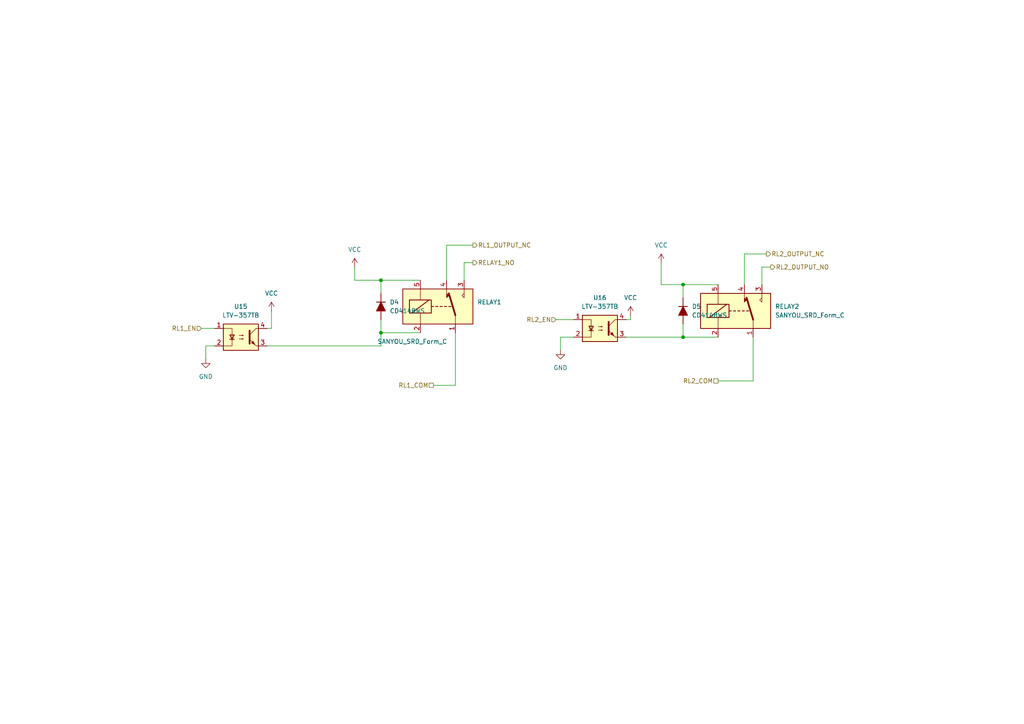
<source format=kicad_sch>
(kicad_sch
	(version 20250114)
	(generator "eeschema")
	(generator_version "9.0")
	(uuid "69048454-ccbf-4950-b8e9-df9c7a9a63eb")
	(paper "A4")
	(lib_symbols
		(symbol "Isolator:LTV-357T"
			(pin_names
				(offset 1.016)
			)
			(exclude_from_sim no)
			(in_bom yes)
			(on_board yes)
			(property "Reference" "U"
				(at -5.334 4.826 0)
				(effects
					(font
						(size 1.27 1.27)
					)
					(justify left)
				)
			)
			(property "Value" "LTV-357T"
				(at 0 5.08 0)
				(effects
					(font
						(size 1.27 1.27)
					)
					(justify left)
				)
			)
			(property "Footprint" "Package_SO:SO-4_4.4x3.6mm_P2.54mm"
				(at -5.08 -5.08 0)
				(effects
					(font
						(size 1.27 1.27)
						(italic yes)
					)
					(justify left)
					(hide yes)
				)
			)
			(property "Datasheet" "https://www.buerklin.com/medias/sys_master/download/download/h91/ha0/8892020588574.pdf"
				(at 0 0 0)
				(effects
					(font
						(size 1.27 1.27)
					)
					(justify left)
					(hide yes)
				)
			)
			(property "Description" "DC Optocoupler, Vce 35V, CTR 50%, SO-4"
				(at 0 0 0)
				(effects
					(font
						(size 1.27 1.27)
					)
					(hide yes)
				)
			)
			(property "ki_keywords" "NPN DC Optocoupler"
				(at 0 0 0)
				(effects
					(font
						(size 1.27 1.27)
					)
					(hide yes)
				)
			)
			(property "ki_fp_filters" "SO*4.4x3.6mm*P2.54mm*"
				(at 0 0 0)
				(effects
					(font
						(size 1.27 1.27)
					)
					(hide yes)
				)
			)
			(symbol "LTV-357T_0_1"
				(rectangle
					(start -5.08 3.81)
					(end 5.08 -3.81)
					(stroke
						(width 0.254)
						(type default)
					)
					(fill
						(type background)
					)
				)
				(polyline
					(pts
						(xy -5.08 2.54) (xy -2.54 2.54) (xy -2.54 -0.762)
					)
					(stroke
						(width 0)
						(type default)
					)
					(fill
						(type none)
					)
				)
				(polyline
					(pts
						(xy -3.175 -0.635) (xy -1.905 -0.635)
					)
					(stroke
						(width 0.254)
						(type default)
					)
					(fill
						(type none)
					)
				)
				(polyline
					(pts
						(xy -2.54 -0.635) (xy -2.54 -2.54) (xy -5.08 -2.54)
					)
					(stroke
						(width 0)
						(type default)
					)
					(fill
						(type none)
					)
				)
				(polyline
					(pts
						(xy -2.54 -0.635) (xy -3.175 0.635) (xy -1.905 0.635) (xy -2.54 -0.635)
					)
					(stroke
						(width 0.254)
						(type default)
					)
					(fill
						(type none)
					)
				)
				(polyline
					(pts
						(xy -0.508 0.508) (xy 0.762 0.508) (xy 0.381 0.381) (xy 0.381 0.635) (xy 0.762 0.508)
					)
					(stroke
						(width 0)
						(type default)
					)
					(fill
						(type none)
					)
				)
				(polyline
					(pts
						(xy -0.508 -0.508) (xy 0.762 -0.508) (xy 0.381 -0.635) (xy 0.381 -0.381) (xy 0.762 -0.508)
					)
					(stroke
						(width 0)
						(type default)
					)
					(fill
						(type none)
					)
				)
				(polyline
					(pts
						(xy 2.54 1.905) (xy 2.54 -1.905) (xy 2.54 -1.905)
					)
					(stroke
						(width 0.508)
						(type default)
					)
					(fill
						(type none)
					)
				)
				(polyline
					(pts
						(xy 2.54 0.635) (xy 4.445 2.54)
					)
					(stroke
						(width 0)
						(type default)
					)
					(fill
						(type none)
					)
				)
				(polyline
					(pts
						(xy 3.048 -1.651) (xy 3.556 -1.143) (xy 4.064 -2.159) (xy 3.048 -1.651) (xy 3.048 -1.651)
					)
					(stroke
						(width 0)
						(type default)
					)
					(fill
						(type outline)
					)
				)
				(polyline
					(pts
						(xy 4.445 2.54) (xy 5.08 2.54)
					)
					(stroke
						(width 0)
						(type default)
					)
					(fill
						(type none)
					)
				)
				(polyline
					(pts
						(xy 4.445 -2.54) (xy 2.54 -0.635)
					)
					(stroke
						(width 0)
						(type default)
					)
					(fill
						(type outline)
					)
				)
				(polyline
					(pts
						(xy 4.445 -2.54) (xy 5.08 -2.54)
					)
					(stroke
						(width 0)
						(type default)
					)
					(fill
						(type none)
					)
				)
			)
			(symbol "LTV-357T_1_1"
				(pin passive line
					(at -7.62 2.54 0)
					(length 2.54)
					(name "~"
						(effects
							(font
								(size 1.27 1.27)
							)
						)
					)
					(number "1"
						(effects
							(font
								(size 1.27 1.27)
							)
						)
					)
				)
				(pin passive line
					(at -7.62 -2.54 0)
					(length 2.54)
					(name "~"
						(effects
							(font
								(size 1.27 1.27)
							)
						)
					)
					(number "2"
						(effects
							(font
								(size 1.27 1.27)
							)
						)
					)
				)
				(pin passive line
					(at 7.62 2.54 180)
					(length 2.54)
					(name "~"
						(effects
							(font
								(size 1.27 1.27)
							)
						)
					)
					(number "4"
						(effects
							(font
								(size 1.27 1.27)
							)
						)
					)
				)
				(pin passive line
					(at 7.62 -2.54 180)
					(length 2.54)
					(name "~"
						(effects
							(font
								(size 1.27 1.27)
							)
						)
					)
					(number "3"
						(effects
							(font
								(size 1.27 1.27)
							)
						)
					)
				)
			)
			(embedded_fonts no)
		)
		(symbol "PCM_Diode_AKL:CD4148WS"
			(pin_numbers
				(hide yes)
			)
			(pin_names
				(offset 1.016)
				(hide yes)
			)
			(exclude_from_sim no)
			(in_bom yes)
			(on_board yes)
			(property "Reference" "D"
				(at 0 5.08 0)
				(effects
					(font
						(size 1.27 1.27)
					)
				)
			)
			(property "Value" "CD4148WS"
				(at 0 2.54 0)
				(effects
					(font
						(size 1.27 1.27)
					)
				)
			)
			(property "Footprint" "PCM_Diode_SMD_AKL:D_0805_2012Metric"
				(at 0 0 0)
				(effects
					(font
						(size 1.27 1.27)
					)
					(hide yes)
				)
			)
			(property "Datasheet" "https://datasheet.octopart.com/CD4148WS%280805C%29-Diodes-Inc.-datasheet-23752567.pdf"
				(at 0 0 0)
				(effects
					(font
						(size 1.27 1.27)
					)
					(hide yes)
				)
			)
			(property "Description" "0805 Diode, Small Signal, Fast Switching, 75V, 150mA, 4ns, Alternate KiCad Library"
				(at 0 0 0)
				(effects
					(font
						(size 1.27 1.27)
					)
					(hide yes)
				)
			)
			(property "ki_keywords" "diode CD4148WS 4148 0805"
				(at 0 0 0)
				(effects
					(font
						(size 1.27 1.27)
					)
					(hide yes)
				)
			)
			(property "ki_fp_filters" "TO-???* *_Diode_* *SingleDiode* D_*"
				(at 0 0 0)
				(effects
					(font
						(size 1.27 1.27)
					)
					(hide yes)
				)
			)
			(symbol "CD4148WS_0_1"
				(polyline
					(pts
						(xy -1.27 1.27) (xy -1.27 -1.27) (xy 1.27 0) (xy -1.27 1.27)
					)
					(stroke
						(width 0.254)
						(type default)
					)
					(fill
						(type outline)
					)
				)
				(polyline
					(pts
						(xy -1.27 0) (xy 1.27 0)
					)
					(stroke
						(width 0)
						(type default)
					)
					(fill
						(type none)
					)
				)
				(polyline
					(pts
						(xy 1.27 1.27) (xy 1.27 -1.27)
					)
					(stroke
						(width 0.254)
						(type default)
					)
					(fill
						(type none)
					)
				)
			)
			(symbol "CD4148WS_0_2"
				(polyline
					(pts
						(xy -2.54 -2.54) (xy 2.54 2.54)
					)
					(stroke
						(width 0)
						(type default)
					)
					(fill
						(type none)
					)
				)
				(polyline
					(pts
						(xy -0.889 -0.889) (xy -1.778 0) (xy 0.889 0.889) (xy 0 -1.778) (xy -0.889 -0.889)
					)
					(stroke
						(width 0.254)
						(type default)
					)
					(fill
						(type outline)
					)
				)
				(polyline
					(pts
						(xy 0 1.778) (xy 1.778 0)
					)
					(stroke
						(width 0.254)
						(type default)
					)
					(fill
						(type none)
					)
				)
			)
			(symbol "CD4148WS_1_1"
				(pin passive line
					(at -3.81 0 0)
					(length 2.54)
					(name "A"
						(effects
							(font
								(size 1.27 1.27)
							)
						)
					)
					(number "2"
						(effects
							(font
								(size 1.27 1.27)
							)
						)
					)
				)
				(pin passive line
					(at 3.81 0 180)
					(length 2.54)
					(name "K"
						(effects
							(font
								(size 1.27 1.27)
							)
						)
					)
					(number "1"
						(effects
							(font
								(size 1.27 1.27)
							)
						)
					)
				)
			)
			(symbol "CD4148WS_1_2"
				(pin passive line
					(at -2.54 -2.54 0)
					(length 0)
					(name "A"
						(effects
							(font
								(size 1.27 1.27)
							)
						)
					)
					(number "2"
						(effects
							(font
								(size 1.27 1.27)
							)
						)
					)
				)
				(pin passive line
					(at 2.54 2.54 180)
					(length 0)
					(name "K"
						(effects
							(font
								(size 1.27 1.27)
							)
						)
					)
					(number "1"
						(effects
							(font
								(size 1.27 1.27)
							)
						)
					)
				)
			)
			(embedded_fonts no)
		)
		(symbol "Relay:SANYOU_SRD_Form_C"
			(exclude_from_sim no)
			(in_bom yes)
			(on_board yes)
			(property "Reference" "K"
				(at 11.43 3.81 0)
				(effects
					(font
						(size 1.27 1.27)
					)
					(justify left)
				)
			)
			(property "Value" "SANYOU_SRD_Form_C"
				(at 11.43 1.27 0)
				(effects
					(font
						(size 1.27 1.27)
					)
					(justify left)
				)
			)
			(property "Footprint" "Relay_THT:Relay_SPDT_SANYOU_SRD_Series_Form_C"
				(at 11.43 -1.27 0)
				(effects
					(font
						(size 1.27 1.27)
					)
					(justify left)
					(hide yes)
				)
			)
			(property "Datasheet" "http://www.sanyourelay.ca/public/products/pdf/SRD.pdf"
				(at 0 0 0)
				(effects
					(font
						(size 1.27 1.27)
					)
					(hide yes)
				)
			)
			(property "Description" "Sanyo SRD relay, Single Pole Miniature Power Relay,"
				(at 0 0 0)
				(effects
					(font
						(size 1.27 1.27)
					)
					(hide yes)
				)
			)
			(property "ki_keywords" "Single Pole Relay SPDT"
				(at 0 0 0)
				(effects
					(font
						(size 1.27 1.27)
					)
					(hide yes)
				)
			)
			(property "ki_fp_filters" "Relay*SPDT*SANYOU*SRD*Series*Form*C*"
				(at 0 0 0)
				(effects
					(font
						(size 1.27 1.27)
					)
					(hide yes)
				)
			)
			(symbol "SANYOU_SRD_Form_C_0_0"
				(polyline
					(pts
						(xy 7.62 5.08) (xy 7.62 2.54) (xy 6.985 3.175) (xy 7.62 3.81)
					)
					(stroke
						(width 0)
						(type default)
					)
					(fill
						(type none)
					)
				)
			)
			(symbol "SANYOU_SRD_Form_C_0_1"
				(rectangle
					(start -10.16 5.08)
					(end 10.16 -5.08)
					(stroke
						(width 0.254)
						(type default)
					)
					(fill
						(type background)
					)
				)
				(rectangle
					(start -8.255 1.905)
					(end -1.905 -1.905)
					(stroke
						(width 0.254)
						(type default)
					)
					(fill
						(type none)
					)
				)
				(polyline
					(pts
						(xy -7.62 -1.905) (xy -2.54 1.905)
					)
					(stroke
						(width 0.254)
						(type default)
					)
					(fill
						(type none)
					)
				)
				(polyline
					(pts
						(xy -5.08 5.08) (xy -5.08 1.905)
					)
					(stroke
						(width 0)
						(type default)
					)
					(fill
						(type none)
					)
				)
				(polyline
					(pts
						(xy -5.08 -5.08) (xy -5.08 -1.905)
					)
					(stroke
						(width 0)
						(type default)
					)
					(fill
						(type none)
					)
				)
				(polyline
					(pts
						(xy -1.905 0) (xy -1.27 0)
					)
					(stroke
						(width 0.254)
						(type default)
					)
					(fill
						(type none)
					)
				)
				(polyline
					(pts
						(xy -0.635 0) (xy 0 0)
					)
					(stroke
						(width 0.254)
						(type default)
					)
					(fill
						(type none)
					)
				)
				(polyline
					(pts
						(xy 0.635 0) (xy 1.27 0)
					)
					(stroke
						(width 0.254)
						(type default)
					)
					(fill
						(type none)
					)
				)
				(polyline
					(pts
						(xy 1.905 0) (xy 2.54 0)
					)
					(stroke
						(width 0.254)
						(type default)
					)
					(fill
						(type none)
					)
				)
				(polyline
					(pts
						(xy 3.175 0) (xy 3.81 0)
					)
					(stroke
						(width 0.254)
						(type default)
					)
					(fill
						(type none)
					)
				)
				(polyline
					(pts
						(xy 5.08 -2.54) (xy 3.175 3.81)
					)
					(stroke
						(width 0.508)
						(type default)
					)
					(fill
						(type none)
					)
				)
				(polyline
					(pts
						(xy 5.08 -2.54) (xy 5.08 -5.08)
					)
					(stroke
						(width 0)
						(type default)
					)
					(fill
						(type none)
					)
				)
			)
			(symbol "SANYOU_SRD_Form_C_1_1"
				(polyline
					(pts
						(xy 2.54 3.81) (xy 3.175 3.175) (xy 2.54 2.54) (xy 2.54 5.08)
					)
					(stroke
						(width 0)
						(type default)
					)
					(fill
						(type outline)
					)
				)
				(pin passive line
					(at -5.08 7.62 270)
					(length 2.54)
					(name "~"
						(effects
							(font
								(size 1.27 1.27)
							)
						)
					)
					(number "5"
						(effects
							(font
								(size 1.27 1.27)
							)
						)
					)
				)
				(pin passive line
					(at -5.08 -7.62 90)
					(length 2.54)
					(name "~"
						(effects
							(font
								(size 1.27 1.27)
							)
						)
					)
					(number "2"
						(effects
							(font
								(size 1.27 1.27)
							)
						)
					)
				)
				(pin passive line
					(at 2.54 7.62 270)
					(length 2.54)
					(name "~"
						(effects
							(font
								(size 1.27 1.27)
							)
						)
					)
					(number "4"
						(effects
							(font
								(size 1.27 1.27)
							)
						)
					)
				)
				(pin passive line
					(at 5.08 -7.62 90)
					(length 2.54)
					(name "~"
						(effects
							(font
								(size 1.27 1.27)
							)
						)
					)
					(number "1"
						(effects
							(font
								(size 1.27 1.27)
							)
						)
					)
				)
				(pin passive line
					(at 7.62 7.62 270)
					(length 2.54)
					(name "~"
						(effects
							(font
								(size 1.27 1.27)
							)
						)
					)
					(number "3"
						(effects
							(font
								(size 1.27 1.27)
							)
						)
					)
				)
			)
			(embedded_fonts no)
		)
		(symbol "power:GND"
			(power)
			(pin_numbers
				(hide yes)
			)
			(pin_names
				(offset 0)
				(hide yes)
			)
			(exclude_from_sim no)
			(in_bom yes)
			(on_board yes)
			(property "Reference" "#PWR"
				(at 0 -6.35 0)
				(effects
					(font
						(size 1.27 1.27)
					)
					(hide yes)
				)
			)
			(property "Value" "GND"
				(at 0 -3.81 0)
				(effects
					(font
						(size 1.27 1.27)
					)
				)
			)
			(property "Footprint" ""
				(at 0 0 0)
				(effects
					(font
						(size 1.27 1.27)
					)
					(hide yes)
				)
			)
			(property "Datasheet" ""
				(at 0 0 0)
				(effects
					(font
						(size 1.27 1.27)
					)
					(hide yes)
				)
			)
			(property "Description" "Power symbol creates a global label with name \"GND\" , ground"
				(at 0 0 0)
				(effects
					(font
						(size 1.27 1.27)
					)
					(hide yes)
				)
			)
			(property "ki_keywords" "global power"
				(at 0 0 0)
				(effects
					(font
						(size 1.27 1.27)
					)
					(hide yes)
				)
			)
			(symbol "GND_0_1"
				(polyline
					(pts
						(xy 0 0) (xy 0 -1.27) (xy 1.27 -1.27) (xy 0 -2.54) (xy -1.27 -1.27) (xy 0 -1.27)
					)
					(stroke
						(width 0)
						(type default)
					)
					(fill
						(type none)
					)
				)
			)
			(symbol "GND_1_1"
				(pin power_in line
					(at 0 0 270)
					(length 0)
					(name "~"
						(effects
							(font
								(size 1.27 1.27)
							)
						)
					)
					(number "1"
						(effects
							(font
								(size 1.27 1.27)
							)
						)
					)
				)
			)
			(embedded_fonts no)
		)
		(symbol "power:VCC"
			(power)
			(pin_numbers
				(hide yes)
			)
			(pin_names
				(offset 0)
				(hide yes)
			)
			(exclude_from_sim no)
			(in_bom yes)
			(on_board yes)
			(property "Reference" "#PWR"
				(at 0 -3.81 0)
				(effects
					(font
						(size 1.27 1.27)
					)
					(hide yes)
				)
			)
			(property "Value" "VCC"
				(at 0 3.556 0)
				(effects
					(font
						(size 1.27 1.27)
					)
				)
			)
			(property "Footprint" ""
				(at 0 0 0)
				(effects
					(font
						(size 1.27 1.27)
					)
					(hide yes)
				)
			)
			(property "Datasheet" ""
				(at 0 0 0)
				(effects
					(font
						(size 1.27 1.27)
					)
					(hide yes)
				)
			)
			(property "Description" "Power symbol creates a global label with name \"VCC\""
				(at 0 0 0)
				(effects
					(font
						(size 1.27 1.27)
					)
					(hide yes)
				)
			)
			(property "ki_keywords" "global power"
				(at 0 0 0)
				(effects
					(font
						(size 1.27 1.27)
					)
					(hide yes)
				)
			)
			(symbol "VCC_0_1"
				(polyline
					(pts
						(xy -0.762 1.27) (xy 0 2.54)
					)
					(stroke
						(width 0)
						(type default)
					)
					(fill
						(type none)
					)
				)
				(polyline
					(pts
						(xy 0 2.54) (xy 0.762 1.27)
					)
					(stroke
						(width 0)
						(type default)
					)
					(fill
						(type none)
					)
				)
				(polyline
					(pts
						(xy 0 0) (xy 0 2.54)
					)
					(stroke
						(width 0)
						(type default)
					)
					(fill
						(type none)
					)
				)
			)
			(symbol "VCC_1_1"
				(pin power_in line
					(at 0 0 90)
					(length 0)
					(name "~"
						(effects
							(font
								(size 1.27 1.27)
							)
						)
					)
					(number "1"
						(effects
							(font
								(size 1.27 1.27)
							)
						)
					)
				)
			)
			(embedded_fonts no)
		)
	)
	(junction
		(at 110.49 81.28)
		(diameter 0)
		(color 0 0 0 0)
		(uuid "38413a34-3a72-4cb4-a89c-681de180a4b9")
	)
	(junction
		(at 198.12 82.55)
		(diameter 0)
		(color 0 0 0 0)
		(uuid "524af30a-d208-4805-af02-a1402b0b2ace")
	)
	(junction
		(at 110.49 96.52)
		(diameter 0)
		(color 0 0 0 0)
		(uuid "9c3822f5-ca84-4cf8-98a7-960b650a9fcc")
	)
	(junction
		(at 198.12 97.79)
		(diameter 0)
		(color 0 0 0 0)
		(uuid "e7c9efd3-989c-4475-a128-b3dd3c18867d")
	)
	(wire
		(pts
			(xy 110.49 81.28) (xy 121.92 81.28)
		)
		(stroke
			(width 0)
			(type default)
		)
		(uuid "010aec24-b872-41d3-874d-90169f40d5a0")
	)
	(wire
		(pts
			(xy 191.77 76.2) (xy 191.77 82.55)
		)
		(stroke
			(width 0)
			(type default)
		)
		(uuid "19e38aca-f353-4820-8fd0-f4e56b7feaa2")
	)
	(wire
		(pts
			(xy 78.74 90.17) (xy 78.74 95.25)
		)
		(stroke
			(width 0)
			(type default)
		)
		(uuid "1cd1c38f-e93d-4169-add4-8a0a055245f1")
	)
	(wire
		(pts
			(xy 132.08 111.76) (xy 132.08 96.52)
		)
		(stroke
			(width 0)
			(type default)
		)
		(uuid "273432ab-417e-43ac-af3f-98f031b12988")
	)
	(wire
		(pts
			(xy 102.87 77.47) (xy 102.87 81.28)
		)
		(stroke
			(width 0)
			(type default)
		)
		(uuid "48d4fe67-793c-468f-b924-e3c996129920")
	)
	(wire
		(pts
			(xy 218.44 110.49) (xy 218.44 97.79)
		)
		(stroke
			(width 0)
			(type default)
		)
		(uuid "4b523f96-a057-4467-9626-895546464727")
	)
	(wire
		(pts
			(xy 191.77 82.55) (xy 198.12 82.55)
		)
		(stroke
			(width 0)
			(type default)
		)
		(uuid "4fc30087-348c-4f8e-bcf6-5769421762c0")
	)
	(wire
		(pts
			(xy 181.61 97.79) (xy 198.12 97.79)
		)
		(stroke
			(width 0)
			(type default)
		)
		(uuid "4fd8ecb9-afb3-4c96-a76b-4039e8632998")
	)
	(wire
		(pts
			(xy 102.87 81.28) (xy 110.49 81.28)
		)
		(stroke
			(width 0)
			(type default)
		)
		(uuid "50275606-ba02-447a-832a-f7e3af30cad7")
	)
	(wire
		(pts
			(xy 198.12 82.55) (xy 208.28 82.55)
		)
		(stroke
			(width 0)
			(type default)
		)
		(uuid "521e0134-22bc-4323-97fc-ea058fc31681")
	)
	(wire
		(pts
			(xy 59.69 104.14) (xy 59.69 100.33)
		)
		(stroke
			(width 0)
			(type default)
		)
		(uuid "52e4ecbd-64c8-4f24-a598-af7fd4d252e6")
	)
	(wire
		(pts
			(xy 137.16 71.12) (xy 129.54 71.12)
		)
		(stroke
			(width 0)
			(type default)
		)
		(uuid "5c04ca1b-9add-4c28-a8d2-0c8367105d8a")
	)
	(wire
		(pts
			(xy 198.12 93.98) (xy 198.12 97.79)
		)
		(stroke
			(width 0)
			(type default)
		)
		(uuid "6251dc3f-b31a-4800-846d-02d626bec35f")
	)
	(wire
		(pts
			(xy 198.12 86.36) (xy 198.12 82.55)
		)
		(stroke
			(width 0)
			(type default)
		)
		(uuid "6f4f5ab5-21ff-463b-a6f6-31be4a04240a")
	)
	(wire
		(pts
			(xy 134.62 76.2) (xy 134.62 81.28)
		)
		(stroke
			(width 0)
			(type default)
		)
		(uuid "71b1d44d-f014-4afd-b742-b98e97227282")
	)
	(wire
		(pts
			(xy 162.56 101.6) (xy 162.56 97.79)
		)
		(stroke
			(width 0)
			(type default)
		)
		(uuid "72fda047-ab4e-4e33-b851-17eaef97ad39")
	)
	(wire
		(pts
			(xy 223.52 77.47) (xy 220.98 77.47)
		)
		(stroke
			(width 0)
			(type default)
		)
		(uuid "79a9b99e-92b1-4294-a904-99e9e15e2ada")
	)
	(wire
		(pts
			(xy 182.88 91.44) (xy 182.88 92.71)
		)
		(stroke
			(width 0)
			(type default)
		)
		(uuid "8870f090-2a22-4f1e-a056-f10f3f5c62f8")
	)
	(wire
		(pts
			(xy 78.74 95.25) (xy 77.47 95.25)
		)
		(stroke
			(width 0)
			(type default)
		)
		(uuid "92514b0b-999c-4954-a336-85039dad8d27")
	)
	(wire
		(pts
			(xy 137.16 76.2) (xy 134.62 76.2)
		)
		(stroke
			(width 0)
			(type default)
		)
		(uuid "95a5eb99-ddf3-4aa3-8825-70ec83112979")
	)
	(wire
		(pts
			(xy 182.88 92.71) (xy 181.61 92.71)
		)
		(stroke
			(width 0)
			(type default)
		)
		(uuid "9c1f425a-9fc5-467f-9f4d-74b06009bc67")
	)
	(wire
		(pts
			(xy 77.47 100.33) (xy 110.49 100.33)
		)
		(stroke
			(width 0)
			(type default)
		)
		(uuid "a4a69a40-3167-4d36-b51f-10088cedc750")
	)
	(wire
		(pts
			(xy 58.42 95.25) (xy 62.23 95.25)
		)
		(stroke
			(width 0)
			(type default)
		)
		(uuid "ae10c6d3-0544-455b-b8ae-7adf185de41b")
	)
	(wire
		(pts
			(xy 125.73 111.76) (xy 132.08 111.76)
		)
		(stroke
			(width 0)
			(type default)
		)
		(uuid "b179ec58-64ee-4801-8530-7830c32501fd")
	)
	(wire
		(pts
			(xy 220.98 77.47) (xy 220.98 82.55)
		)
		(stroke
			(width 0)
			(type default)
		)
		(uuid "b9134cea-d770-4cb2-b4f3-603f5f02ad9f")
	)
	(wire
		(pts
			(xy 222.25 73.66) (xy 215.9 73.66)
		)
		(stroke
			(width 0)
			(type default)
		)
		(uuid "b9c7d460-ceae-4159-94a8-96d8d4d39f41")
	)
	(wire
		(pts
			(xy 121.92 96.52) (xy 110.49 96.52)
		)
		(stroke
			(width 0)
			(type default)
		)
		(uuid "bb9bfa3a-60c0-488f-9236-f9f5ab99c433")
	)
	(wire
		(pts
			(xy 161.29 92.71) (xy 166.37 92.71)
		)
		(stroke
			(width 0)
			(type default)
		)
		(uuid "be842c9f-1874-4612-8d84-a1cbf5f30ce3")
	)
	(wire
		(pts
			(xy 59.69 100.33) (xy 62.23 100.33)
		)
		(stroke
			(width 0)
			(type default)
		)
		(uuid "c0a9eb02-1d2b-49f5-99c4-70a5c24450bd")
	)
	(wire
		(pts
			(xy 110.49 92.71) (xy 110.49 96.52)
		)
		(stroke
			(width 0)
			(type default)
		)
		(uuid "c31ced3d-227e-49d1-92d7-2475dab7e823")
	)
	(wire
		(pts
			(xy 198.12 97.79) (xy 208.28 97.79)
		)
		(stroke
			(width 0)
			(type default)
		)
		(uuid "c4d6c856-89d0-45e9-9631-58f4681755f7")
	)
	(wire
		(pts
			(xy 110.49 100.33) (xy 110.49 96.52)
		)
		(stroke
			(width 0)
			(type default)
		)
		(uuid "cbbd909c-bd79-4452-b05f-6307a46c1bd2")
	)
	(wire
		(pts
			(xy 208.28 110.49) (xy 218.44 110.49)
		)
		(stroke
			(width 0)
			(type default)
		)
		(uuid "cf046fc1-425b-4ab2-8ddc-aa1e466b3878")
	)
	(wire
		(pts
			(xy 110.49 85.09) (xy 110.49 81.28)
		)
		(stroke
			(width 0)
			(type default)
		)
		(uuid "dbfc8a75-8165-41d3-a757-111e78d23eb3")
	)
	(wire
		(pts
			(xy 129.54 71.12) (xy 129.54 81.28)
		)
		(stroke
			(width 0)
			(type default)
		)
		(uuid "e00fbfbf-88ea-4936-8791-84a5867e1d6f")
	)
	(wire
		(pts
			(xy 215.9 73.66) (xy 215.9 82.55)
		)
		(stroke
			(width 0)
			(type default)
		)
		(uuid "e0c11f76-5177-4f83-84ea-dbf75f0667c3")
	)
	(wire
		(pts
			(xy 162.56 97.79) (xy 166.37 97.79)
		)
		(stroke
			(width 0)
			(type default)
		)
		(uuid "e2ec08db-2e21-4413-93c8-5cdc17340e77")
	)
	(hierarchical_label "RL2_EN"
		(shape input)
		(at 161.29 92.71 180)
		(effects
			(font
				(size 1.27 1.27)
			)
			(justify right)
		)
		(uuid "1302a134-70f1-4e88-84e9-c1c4abbc3677")
	)
	(hierarchical_label "RL1_COM"
		(shape passive)
		(at 125.73 111.76 180)
		(effects
			(font
				(size 1.27 1.27)
			)
			(justify right)
		)
		(uuid "3858faa4-c43e-4735-a644-2428648c36fb")
	)
	(hierarchical_label "RL2_COM"
		(shape passive)
		(at 208.28 110.49 180)
		(effects
			(font
				(size 1.27 1.27)
			)
			(justify right)
		)
		(uuid "8d0b8d72-0d7b-4547-83f0-6ba5928ac056")
	)
	(hierarchical_label "RELAY1_NO"
		(shape output)
		(at 137.16 76.2 0)
		(effects
			(font
				(size 1.27 1.27)
			)
			(justify left)
		)
		(uuid "9288c362-6e5b-4801-bce1-6d4ad5b5afd5")
	)
	(hierarchical_label "RL2_OUTPUT_NC"
		(shape output)
		(at 222.25 73.66 0)
		(effects
			(font
				(size 1.27 1.27)
			)
			(justify left)
		)
		(uuid "93b6fbf8-3030-4c1f-9917-167cde090a2c")
	)
	(hierarchical_label "RL1_EN"
		(shape input)
		(at 58.42 95.25 180)
		(effects
			(font
				(size 1.27 1.27)
			)
			(justify right)
		)
		(uuid "bc86579b-1feb-4fc9-83e4-e4015f54df3a")
	)
	(hierarchical_label "RL2_OUTPUT_NO"
		(shape output)
		(at 223.52 77.47 0)
		(effects
			(font
				(size 1.27 1.27)
			)
			(justify left)
		)
		(uuid "fba3d008-9b69-4c3f-810f-5858853139ec")
	)
	(hierarchical_label "RL1_OUTPUT_NC"
		(shape output)
		(at 137.16 71.12 0)
		(effects
			(font
				(size 1.27 1.27)
			)
			(justify left)
		)
		(uuid "fc5c1f12-95dc-4af8-a745-05cad799d883")
	)
	(symbol
		(lib_id "PCM_Diode_AKL:CD4148WS")
		(at 110.49 88.9 90)
		(unit 1)
		(exclude_from_sim no)
		(in_bom yes)
		(on_board yes)
		(dnp no)
		(fields_autoplaced yes)
		(uuid "11ffccff-a52e-43e1-9849-84d0b1c1e944")
		(property "Reference" "D4"
			(at 113.03 87.6299 90)
			(effects
				(font
					(size 1.27 1.27)
				)
				(justify right)
			)
		)
		(property "Value" "CD4148WS"
			(at 113.03 90.1699 90)
			(effects
				(font
					(size 1.27 1.27)
				)
				(justify right)
			)
		)
		(property "Footprint" "PCM_Diode_SMD_AKL:D_0805_2012Metric"
			(at 110.49 88.9 0)
			(effects
				(font
					(size 1.27 1.27)
				)
				(hide yes)
			)
		)
		(property "Datasheet" "https://datasheet.octopart.com/CD4148WS%280805C%29-Diodes-Inc.-datasheet-23752567.pdf"
			(at 110.49 88.9 0)
			(effects
				(font
					(size 1.27 1.27)
				)
				(hide yes)
			)
		)
		(property "Description" "0805 Diode, Small Signal, Fast Switching, 75V, 150mA, 4ns, Alternate KiCad Library"
			(at 110.49 88.9 0)
			(effects
				(font
					(size 1.27 1.27)
				)
				(hide yes)
			)
		)
		(pin "1"
			(uuid "b2aec960-c571-40d9-8626-c7acb1efa9fb")
		)
		(pin "2"
			(uuid "d13b865f-1d92-42b5-85ae-79c0753bf429")
		)
		(instances
			(project "NIVARA"
				(path "/e09284a3-0da6-4b1c-80d3-a52d405369d9/b46cdcb1-15cb-4562-89d5-6c513685d0bc/6f798d93-e0fd-44f7-860e-b64b215f35b2"
					(reference "D4")
					(unit 1)
				)
			)
		)
	)
	(symbol
		(lib_id "Isolator:LTV-357T")
		(at 173.99 95.25 0)
		(unit 1)
		(exclude_from_sim no)
		(in_bom yes)
		(on_board yes)
		(dnp no)
		(fields_autoplaced yes)
		(uuid "1699b15a-5f31-42fe-8e54-f00b94c2bbc3")
		(property "Reference" "U16"
			(at 173.99 86.36 0)
			(effects
				(font
					(size 1.27 1.27)
				)
			)
		)
		(property "Value" "LTV-357TB"
			(at 173.99 88.9 0)
			(effects
				(font
					(size 1.27 1.27)
				)
			)
		)
		(property "Footprint" "Package_SO:SO-4_4.4x3.6mm_P2.54mm"
			(at 168.91 100.33 0)
			(effects
				(font
					(size 1.27 1.27)
					(italic yes)
				)
				(justify left)
				(hide yes)
			)
		)
		(property "Datasheet" "https://www.buerklin.com/medias/sys_master/download/download/h91/ha0/8892020588574.pdf"
			(at 173.99 95.25 0)
			(effects
				(font
					(size 1.27 1.27)
				)
				(justify left)
				(hide yes)
			)
		)
		(property "Description" "DC Optocoupler, Vce 35V, CTR 50%, SO-4"
			(at 173.99 95.25 0)
			(effects
				(font
					(size 1.27 1.27)
				)
				(hide yes)
			)
		)
		(pin "3"
			(uuid "348316f0-77f5-42ca-9a88-aeb1df864032")
		)
		(pin "1"
			(uuid "a134ebd1-27b5-4082-83fd-e53c75eb8ee2")
		)
		(pin "2"
			(uuid "3e193210-7ece-488d-ab8c-2a69eadc0577")
		)
		(pin "4"
			(uuid "16a4fcd7-c135-4f4a-9a98-f456b02dabff")
		)
		(instances
			(project "NIVARA"
				(path "/e09284a3-0da6-4b1c-80d3-a52d405369d9/b46cdcb1-15cb-4562-89d5-6c513685d0bc/6f798d93-e0fd-44f7-860e-b64b215f35b2"
					(reference "U16")
					(unit 1)
				)
			)
		)
	)
	(symbol
		(lib_id "power:GND")
		(at 162.56 101.6 0)
		(unit 1)
		(exclude_from_sim no)
		(in_bom yes)
		(on_board yes)
		(dnp no)
		(fields_autoplaced yes)
		(uuid "745eb488-85dd-4a34-8af3-8d28bd6c7a30")
		(property "Reference" "#PWR069"
			(at 162.56 107.95 0)
			(effects
				(font
					(size 1.27 1.27)
				)
				(hide yes)
			)
		)
		(property "Value" "GND"
			(at 162.56 106.68 0)
			(effects
				(font
					(size 1.27 1.27)
				)
			)
		)
		(property "Footprint" ""
			(at 162.56 101.6 0)
			(effects
				(font
					(size 1.27 1.27)
				)
				(hide yes)
			)
		)
		(property "Datasheet" ""
			(at 162.56 101.6 0)
			(effects
				(font
					(size 1.27 1.27)
				)
				(hide yes)
			)
		)
		(property "Description" "Power symbol creates a global label with name \"GND\" , ground"
			(at 162.56 101.6 0)
			(effects
				(font
					(size 1.27 1.27)
				)
				(hide yes)
			)
		)
		(pin "1"
			(uuid "1f8c9832-1af0-41a6-8a28-f63d02c63c77")
		)
		(instances
			(project "NIVARA"
				(path "/e09284a3-0da6-4b1c-80d3-a52d405369d9/b46cdcb1-15cb-4562-89d5-6c513685d0bc/6f798d93-e0fd-44f7-860e-b64b215f35b2"
					(reference "#PWR069")
					(unit 1)
				)
			)
		)
	)
	(symbol
		(lib_id "power:VCC")
		(at 78.74 90.17 0)
		(unit 1)
		(exclude_from_sim no)
		(in_bom yes)
		(on_board yes)
		(dnp no)
		(fields_autoplaced yes)
		(uuid "86038eb0-f1c0-4d58-af15-c1fa1f62a37b")
		(property "Reference" "#PWR067"
			(at 78.74 93.98 0)
			(effects
				(font
					(size 1.27 1.27)
				)
				(hide yes)
			)
		)
		(property "Value" "VCC"
			(at 78.74 85.09 0)
			(effects
				(font
					(size 1.27 1.27)
				)
			)
		)
		(property "Footprint" ""
			(at 78.74 90.17 0)
			(effects
				(font
					(size 1.27 1.27)
				)
				(hide yes)
			)
		)
		(property "Datasheet" ""
			(at 78.74 90.17 0)
			(effects
				(font
					(size 1.27 1.27)
				)
				(hide yes)
			)
		)
		(property "Description" "Power symbol creates a global label with name \"VCC\""
			(at 78.74 90.17 0)
			(effects
				(font
					(size 1.27 1.27)
				)
				(hide yes)
			)
		)
		(pin "1"
			(uuid "d3e1e557-9a3b-480e-a5a9-a7babdccdde3")
		)
		(instances
			(project "NIVARA"
				(path "/e09284a3-0da6-4b1c-80d3-a52d405369d9/b46cdcb1-15cb-4562-89d5-6c513685d0bc/6f798d93-e0fd-44f7-860e-b64b215f35b2"
					(reference "#PWR067")
					(unit 1)
				)
			)
		)
	)
	(symbol
		(lib_id "power:VCC")
		(at 102.87 77.47 0)
		(unit 1)
		(exclude_from_sim no)
		(in_bom yes)
		(on_board yes)
		(dnp no)
		(fields_autoplaced yes)
		(uuid "8ed5d8dc-adab-4739-836b-0c5339aa5711")
		(property "Reference" "#PWR068"
			(at 102.87 81.28 0)
			(effects
				(font
					(size 1.27 1.27)
				)
				(hide yes)
			)
		)
		(property "Value" "VCC"
			(at 102.87 72.39 0)
			(effects
				(font
					(size 1.27 1.27)
				)
			)
		)
		(property "Footprint" ""
			(at 102.87 77.47 0)
			(effects
				(font
					(size 1.27 1.27)
				)
				(hide yes)
			)
		)
		(property "Datasheet" ""
			(at 102.87 77.47 0)
			(effects
				(font
					(size 1.27 1.27)
				)
				(hide yes)
			)
		)
		(property "Description" "Power symbol creates a global label with name \"VCC\""
			(at 102.87 77.47 0)
			(effects
				(font
					(size 1.27 1.27)
				)
				(hide yes)
			)
		)
		(pin "1"
			(uuid "73d1f5d5-2475-4fea-9b4c-04fc109a515f")
		)
		(instances
			(project "NIVARA"
				(path "/e09284a3-0da6-4b1c-80d3-a52d405369d9/b46cdcb1-15cb-4562-89d5-6c513685d0bc/6f798d93-e0fd-44f7-860e-b64b215f35b2"
					(reference "#PWR068")
					(unit 1)
				)
			)
		)
	)
	(symbol
		(lib_id "power:VCC")
		(at 182.88 91.44 0)
		(unit 1)
		(exclude_from_sim no)
		(in_bom yes)
		(on_board yes)
		(dnp no)
		(fields_autoplaced yes)
		(uuid "932a9ad3-3dbc-4cb5-996b-a8c572848585")
		(property "Reference" "#PWR070"
			(at 182.88 95.25 0)
			(effects
				(font
					(size 1.27 1.27)
				)
				(hide yes)
			)
		)
		(property "Value" "VCC"
			(at 182.88 86.36 0)
			(effects
				(font
					(size 1.27 1.27)
				)
			)
		)
		(property "Footprint" ""
			(at 182.88 91.44 0)
			(effects
				(font
					(size 1.27 1.27)
				)
				(hide yes)
			)
		)
		(property "Datasheet" ""
			(at 182.88 91.44 0)
			(effects
				(font
					(size 1.27 1.27)
				)
				(hide yes)
			)
		)
		(property "Description" "Power symbol creates a global label with name \"VCC\""
			(at 182.88 91.44 0)
			(effects
				(font
					(size 1.27 1.27)
				)
				(hide yes)
			)
		)
		(pin "1"
			(uuid "a32c8a5c-a869-41d3-b55f-f22f56f5f13e")
		)
		(instances
			(project "NIVARA"
				(path "/e09284a3-0da6-4b1c-80d3-a52d405369d9/b46cdcb1-15cb-4562-89d5-6c513685d0bc/6f798d93-e0fd-44f7-860e-b64b215f35b2"
					(reference "#PWR070")
					(unit 1)
				)
			)
		)
	)
	(symbol
		(lib_id "Relay:SANYOU_SRD_Form_C")
		(at 127 88.9 0)
		(unit 1)
		(exclude_from_sim no)
		(in_bom yes)
		(on_board yes)
		(dnp no)
		(uuid "9bfedbbf-50a9-4902-8b3f-2e268ff916a0")
		(property "Reference" "RELAY1"
			(at 138.43 87.6299 0)
			(effects
				(font
					(size 1.27 1.27)
				)
				(justify left)
			)
		)
		(property "Value" "SANYOU_SRD_Form_C"
			(at 109.474 99.06 0)
			(effects
				(font
					(size 1.27 1.27)
				)
				(justify left)
			)
		)
		(property "Footprint" "Relay_THT:Relay_SPDT_SANYOU_SRD_Series_Form_C"
			(at 138.43 90.17 0)
			(effects
				(font
					(size 1.27 1.27)
				)
				(justify left)
				(hide yes)
			)
		)
		(property "Datasheet" "http://www.sanyourelay.ca/public/products/pdf/SRD.pdf"
			(at 127 88.9 0)
			(effects
				(font
					(size 1.27 1.27)
				)
				(hide yes)
			)
		)
		(property "Description" "Sanyo SRD relay, Single Pole Miniature Power Relay,"
			(at 127 88.9 0)
			(effects
				(font
					(size 1.27 1.27)
				)
				(hide yes)
			)
		)
		(pin "3"
			(uuid "85af0d33-264b-4363-8a68-764e977d0f6d")
		)
		(pin "1"
			(uuid "0866633a-9708-458c-8f00-0855b6ac95ce")
		)
		(pin "2"
			(uuid "fd757b82-e888-409a-927a-4e5615aa1130")
		)
		(pin "4"
			(uuid "18b96d9b-9268-43a5-8a97-f98e940349a6")
		)
		(pin "5"
			(uuid "8c5d06df-552d-46d6-8c62-cedfa09994bd")
		)
		(instances
			(project "NIVARA"
				(path "/e09284a3-0da6-4b1c-80d3-a52d405369d9/b46cdcb1-15cb-4562-89d5-6c513685d0bc/6f798d93-e0fd-44f7-860e-b64b215f35b2"
					(reference "RELAY1")
					(unit 1)
				)
			)
		)
	)
	(symbol
		(lib_id "Relay:SANYOU_SRD_Form_C")
		(at 213.36 90.17 0)
		(unit 1)
		(exclude_from_sim no)
		(in_bom yes)
		(on_board yes)
		(dnp no)
		(fields_autoplaced yes)
		(uuid "c2cedf51-3b4b-4c98-9807-a40d245c61dc")
		(property "Reference" "RELAY2"
			(at 224.79 88.8999 0)
			(effects
				(font
					(size 1.27 1.27)
				)
				(justify left)
			)
		)
		(property "Value" "SANYOU_SRD_Form_C"
			(at 224.79 91.4399 0)
			(effects
				(font
					(size 1.27 1.27)
				)
				(justify left)
			)
		)
		(property "Footprint" "Relay_THT:Relay_SPDT_SANYOU_SRD_Series_Form_C"
			(at 224.79 91.44 0)
			(effects
				(font
					(size 1.27 1.27)
				)
				(justify left)
				(hide yes)
			)
		)
		(property "Datasheet" "http://www.sanyourelay.ca/public/products/pdf/SRD.pdf"
			(at 213.36 90.17 0)
			(effects
				(font
					(size 1.27 1.27)
				)
				(hide yes)
			)
		)
		(property "Description" "Sanyo SRD relay, Single Pole Miniature Power Relay,"
			(at 213.36 90.17 0)
			(effects
				(font
					(size 1.27 1.27)
				)
				(hide yes)
			)
		)
		(pin "3"
			(uuid "c417a196-593e-40ac-a0cc-019c12330256")
		)
		(pin "1"
			(uuid "5f231e44-ba95-488e-a138-ea89611b2795")
		)
		(pin "2"
			(uuid "a430c987-5353-4d6d-b654-9fadb755a8cb")
		)
		(pin "4"
			(uuid "8589a27f-bf4b-4a91-9076-3afb9268d08b")
		)
		(pin "5"
			(uuid "83f789e1-5253-415f-ba3b-93ff9b1ffb76")
		)
		(instances
			(project "NIVARA"
				(path "/e09284a3-0da6-4b1c-80d3-a52d405369d9/b46cdcb1-15cb-4562-89d5-6c513685d0bc/6f798d93-e0fd-44f7-860e-b64b215f35b2"
					(reference "RELAY2")
					(unit 1)
				)
			)
		)
	)
	(symbol
		(lib_id "Isolator:LTV-357T")
		(at 69.85 97.79 0)
		(unit 1)
		(exclude_from_sim no)
		(in_bom yes)
		(on_board yes)
		(dnp no)
		(fields_autoplaced yes)
		(uuid "ce5473be-3e36-4438-95e8-2529f6f648ef")
		(property "Reference" "U15"
			(at 69.85 88.9 0)
			(effects
				(font
					(size 1.27 1.27)
				)
			)
		)
		(property "Value" "LTV-357TB"
			(at 69.85 91.44 0)
			(effects
				(font
					(size 1.27 1.27)
				)
			)
		)
		(property "Footprint" "Package_SO:SO-4_4.4x3.6mm_P2.54mm"
			(at 64.77 102.87 0)
			(effects
				(font
					(size 1.27 1.27)
					(italic yes)
				)
				(justify left)
				(hide yes)
			)
		)
		(property "Datasheet" "https://www.buerklin.com/medias/sys_master/download/download/h91/ha0/8892020588574.pdf"
			(at 69.85 97.79 0)
			(effects
				(font
					(size 1.27 1.27)
				)
				(justify left)
				(hide yes)
			)
		)
		(property "Description" "DC Optocoupler, Vce 35V, CTR 50%, SO-4"
			(at 69.85 97.79 0)
			(effects
				(font
					(size 1.27 1.27)
				)
				(hide yes)
			)
		)
		(pin "3"
			(uuid "534c90fa-918c-4ee1-8e37-9090da1f7a8d")
		)
		(pin "1"
			(uuid "41a0b595-a510-45bd-951e-ea1565bca7d1")
		)
		(pin "2"
			(uuid "8cc77af4-d2d3-45c6-8393-518f2e5fdfbb")
		)
		(pin "4"
			(uuid "701f90f3-82c9-45e3-a25d-c5a61f35b649")
		)
		(instances
			(project "NIVARA"
				(path "/e09284a3-0da6-4b1c-80d3-a52d405369d9/b46cdcb1-15cb-4562-89d5-6c513685d0bc/6f798d93-e0fd-44f7-860e-b64b215f35b2"
					(reference "U15")
					(unit 1)
				)
			)
		)
	)
	(symbol
		(lib_id "PCM_Diode_AKL:CD4148WS")
		(at 198.12 90.17 90)
		(unit 1)
		(exclude_from_sim no)
		(in_bom yes)
		(on_board yes)
		(dnp no)
		(fields_autoplaced yes)
		(uuid "d34af6a6-b83f-4845-aebb-700f92fff1e2")
		(property "Reference" "D5"
			(at 200.66 88.8999 90)
			(effects
				(font
					(size 1.27 1.27)
				)
				(justify right)
			)
		)
		(property "Value" "CD4148WS"
			(at 200.66 91.4399 90)
			(effects
				(font
					(size 1.27 1.27)
				)
				(justify right)
			)
		)
		(property "Footprint" "PCM_Diode_SMD_AKL:D_0805_2012Metric"
			(at 198.12 90.17 0)
			(effects
				(font
					(size 1.27 1.27)
				)
				(hide yes)
			)
		)
		(property "Datasheet" "https://datasheet.octopart.com/CD4148WS%280805C%29-Diodes-Inc.-datasheet-23752567.pdf"
			(at 198.12 90.17 0)
			(effects
				(font
					(size 1.27 1.27)
				)
				(hide yes)
			)
		)
		(property "Description" "0805 Diode, Small Signal, Fast Switching, 75V, 150mA, 4ns, Alternate KiCad Library"
			(at 198.12 90.17 0)
			(effects
				(font
					(size 1.27 1.27)
				)
				(hide yes)
			)
		)
		(pin "1"
			(uuid "1fa48408-d65f-41bf-b918-8d64e2785082")
		)
		(pin "2"
			(uuid "b513a70a-915c-4ff8-9cdc-93ccd208de1c")
		)
		(instances
			(project "NIVARA"
				(path "/e09284a3-0da6-4b1c-80d3-a52d405369d9/b46cdcb1-15cb-4562-89d5-6c513685d0bc/6f798d93-e0fd-44f7-860e-b64b215f35b2"
					(reference "D5")
					(unit 1)
				)
			)
		)
	)
	(symbol
		(lib_id "power:VCC")
		(at 191.77 76.2 0)
		(unit 1)
		(exclude_from_sim no)
		(in_bom yes)
		(on_board yes)
		(dnp no)
		(fields_autoplaced yes)
		(uuid "d99289d0-6305-426e-9b6d-0706638703d9")
		(property "Reference" "#PWR071"
			(at 191.77 80.01 0)
			(effects
				(font
					(size 1.27 1.27)
				)
				(hide yes)
			)
		)
		(property "Value" "VCC"
			(at 191.77 71.12 0)
			(effects
				(font
					(size 1.27 1.27)
				)
			)
		)
		(property "Footprint" ""
			(at 191.77 76.2 0)
			(effects
				(font
					(size 1.27 1.27)
				)
				(hide yes)
			)
		)
		(property "Datasheet" ""
			(at 191.77 76.2 0)
			(effects
				(font
					(size 1.27 1.27)
				)
				(hide yes)
			)
		)
		(property "Description" "Power symbol creates a global label with name \"VCC\""
			(at 191.77 76.2 0)
			(effects
				(font
					(size 1.27 1.27)
				)
				(hide yes)
			)
		)
		(pin "1"
			(uuid "337d9411-3b23-457b-a187-e8fac01184e6")
		)
		(instances
			(project "NIVARA"
				(path "/e09284a3-0da6-4b1c-80d3-a52d405369d9/b46cdcb1-15cb-4562-89d5-6c513685d0bc/6f798d93-e0fd-44f7-860e-b64b215f35b2"
					(reference "#PWR071")
					(unit 1)
				)
			)
		)
	)
	(symbol
		(lib_id "power:GND")
		(at 59.69 104.14 0)
		(unit 1)
		(exclude_from_sim no)
		(in_bom yes)
		(on_board yes)
		(dnp no)
		(fields_autoplaced yes)
		(uuid "ed06f18e-ad2a-4e6e-ad83-c486a81ef310")
		(property "Reference" "#PWR066"
			(at 59.69 110.49 0)
			(effects
				(font
					(size 1.27 1.27)
				)
				(hide yes)
			)
		)
		(property "Value" "GND"
			(at 59.69 109.22 0)
			(effects
				(font
					(size 1.27 1.27)
				)
			)
		)
		(property "Footprint" ""
			(at 59.69 104.14 0)
			(effects
				(font
					(size 1.27 1.27)
				)
				(hide yes)
			)
		)
		(property "Datasheet" ""
			(at 59.69 104.14 0)
			(effects
				(font
					(size 1.27 1.27)
				)
				(hide yes)
			)
		)
		(property "Description" "Power symbol creates a global label with name \"GND\" , ground"
			(at 59.69 104.14 0)
			(effects
				(font
					(size 1.27 1.27)
				)
				(hide yes)
			)
		)
		(pin "1"
			(uuid "0f2cd765-448c-46f5-b110-94f065ba197f")
		)
		(instances
			(project "NIVARA"
				(path "/e09284a3-0da6-4b1c-80d3-a52d405369d9/b46cdcb1-15cb-4562-89d5-6c513685d0bc/6f798d93-e0fd-44f7-860e-b64b215f35b2"
					(reference "#PWR066")
					(unit 1)
				)
			)
		)
	)
)

</source>
